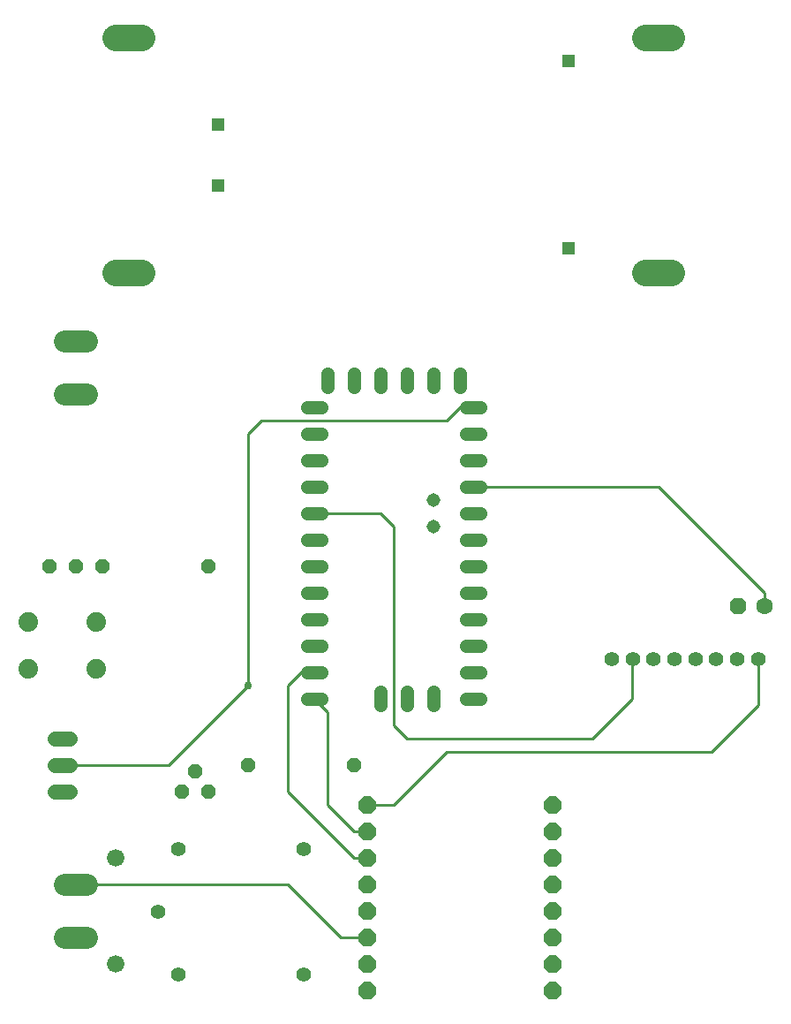
<source format=gbr>
G04 EAGLE Gerber RS-274X export*
G75*
%MOMM*%
%FSLAX34Y34*%
%LPD*%
%INTop Copper*%
%IPPOS*%
%AMOC8*
5,1,8,0,0,1.08239X$1,22.5*%
G01*
%ADD10P,1.732040X8X202.500000*%
%ADD11C,1.600200*%
%ADD12C,1.879600*%
%ADD13C,2.540000*%
%ADD14C,1.422400*%
%ADD15P,1.429621X8X22.500000*%
%ADD16P,1.429621X8X202.500000*%
%ADD17C,1.422400*%
%ADD18C,1.308000*%
%ADD19C,1.308000*%
%ADD20R,1.308000X1.308000*%
%ADD21P,1.814519X8X22.500000*%
%ADD22C,2.095500*%
%ADD23C,1.408000*%
%ADD24C,1.676400*%
%ADD25C,0.254000*%
%ADD26C,0.756400*%


D10*
X711200Y431800D03*
D11*
X736600Y431800D03*
D12*
X96012Y371094D03*
X30988Y371094D03*
X96012Y416306D03*
X30988Y416306D03*
D13*
X114300Y751078D02*
X139700Y751078D01*
X139700Y976122D02*
X114300Y976122D01*
X622300Y976122D02*
X647700Y976122D01*
X647700Y751078D02*
X622300Y751078D01*
D14*
X70612Y304800D02*
X56388Y304800D01*
X56388Y279400D02*
X70612Y279400D01*
X70612Y254000D02*
X56388Y254000D01*
D15*
X50800Y469900D03*
X76200Y469900D03*
D16*
X203200Y469900D03*
X101600Y469900D03*
D17*
X730400Y381000D03*
X710400Y381000D03*
X690400Y381000D03*
X670400Y381000D03*
X650400Y381000D03*
X630400Y381000D03*
X610400Y381000D03*
X590400Y381000D03*
D18*
X317500Y641160D02*
X317500Y654240D01*
X342900Y654240D02*
X342900Y641160D01*
X368300Y641160D02*
X368300Y654240D01*
X393700Y654240D02*
X393700Y641160D01*
X419100Y641160D02*
X419100Y654240D01*
X444500Y654240D02*
X444500Y641160D01*
X311340Y622300D02*
X298260Y622300D01*
X298260Y596900D02*
X311340Y596900D01*
X311340Y571500D02*
X298260Y571500D01*
X298260Y546100D02*
X311340Y546100D01*
X311340Y520700D02*
X298260Y520700D01*
X298260Y495300D02*
X311340Y495300D01*
X311340Y469900D02*
X298260Y469900D01*
X298260Y444500D02*
X311340Y444500D01*
X311340Y419100D02*
X298260Y419100D01*
X298260Y393700D02*
X311340Y393700D01*
X311340Y368300D02*
X298260Y368300D01*
X298260Y342900D02*
X311340Y342900D01*
X450660Y622300D02*
X463740Y622300D01*
X463740Y596900D02*
X450660Y596900D01*
X450660Y571500D02*
X463740Y571500D01*
X463740Y546100D02*
X450660Y546100D01*
X450660Y520700D02*
X463740Y520700D01*
X463740Y495300D02*
X450660Y495300D01*
X450660Y469900D02*
X463740Y469900D01*
X463740Y444500D02*
X450660Y444500D01*
X450660Y419100D02*
X463740Y419100D01*
X463740Y393700D02*
X450660Y393700D01*
X450660Y368300D02*
X463740Y368300D01*
X463740Y342900D02*
X450660Y342900D01*
X419100Y349440D02*
X419100Y336360D01*
X393700Y336360D02*
X393700Y349440D01*
X368300Y349440D02*
X368300Y336360D01*
D19*
X419100Y533400D03*
X419100Y508000D03*
D20*
X212500Y834300D03*
X212500Y893300D03*
X548500Y954300D03*
X548500Y774300D03*
D21*
X355600Y165100D03*
X355600Y139700D03*
X533400Y165100D03*
X533400Y139700D03*
X355600Y114300D03*
X355600Y190500D03*
X533400Y190500D03*
X533400Y114300D03*
X355600Y215900D03*
X533400Y215900D03*
X355600Y88900D03*
X533400Y88900D03*
X355600Y241300D03*
X533400Y241300D03*
X355600Y63500D03*
X533400Y63500D03*
D22*
X86678Y685800D02*
X65723Y685800D01*
X65723Y635000D02*
X86678Y635000D01*
X86678Y165100D02*
X65723Y165100D01*
X65723Y114300D02*
X86678Y114300D01*
D15*
X203200Y254000D03*
X190500Y273050D03*
X177800Y254000D03*
X241300Y279400D03*
X342900Y279400D03*
D23*
X294700Y78500D03*
X174700Y198500D03*
X154700Y138500D03*
X294700Y198500D03*
X174700Y78500D03*
D24*
X114300Y88900D03*
X114300Y190500D03*
D25*
X63500Y279400D02*
X165100Y279400D01*
X241300Y355600D01*
X241300Y596900D01*
X254000Y609600D01*
X431800Y609600D02*
X444500Y622300D01*
X457200Y622300D01*
X431800Y609600D02*
X254000Y609600D01*
D26*
X241300Y355600D03*
D25*
X730400Y336700D02*
X730400Y381000D01*
X730400Y336700D02*
X685800Y292100D01*
X635000Y546100D02*
X457200Y546100D01*
X635000Y546100D02*
X736600Y444500D01*
X736600Y431800D01*
X431800Y292100D02*
X381000Y241300D01*
X355600Y241300D01*
X431800Y292100D02*
X685800Y292100D01*
X609600Y380200D02*
X610400Y381000D01*
X609600Y380200D02*
X609600Y342900D01*
X571500Y304800D01*
X393700Y304800D01*
X381000Y317500D01*
X381000Y508000D02*
X368300Y520700D01*
X304800Y520700D01*
X381000Y508000D02*
X381000Y317500D01*
X317500Y330200D02*
X304800Y342900D01*
X317500Y330200D02*
X317500Y241300D01*
X342900Y215900D01*
X355600Y215900D01*
X304800Y368300D02*
X292100Y368300D01*
X279400Y355600D01*
X279400Y254000D01*
X342900Y190500D01*
X355600Y190500D01*
X279400Y165100D02*
X330200Y114300D01*
X355600Y114300D01*
X279400Y165100D02*
X76200Y165100D01*
M02*

</source>
